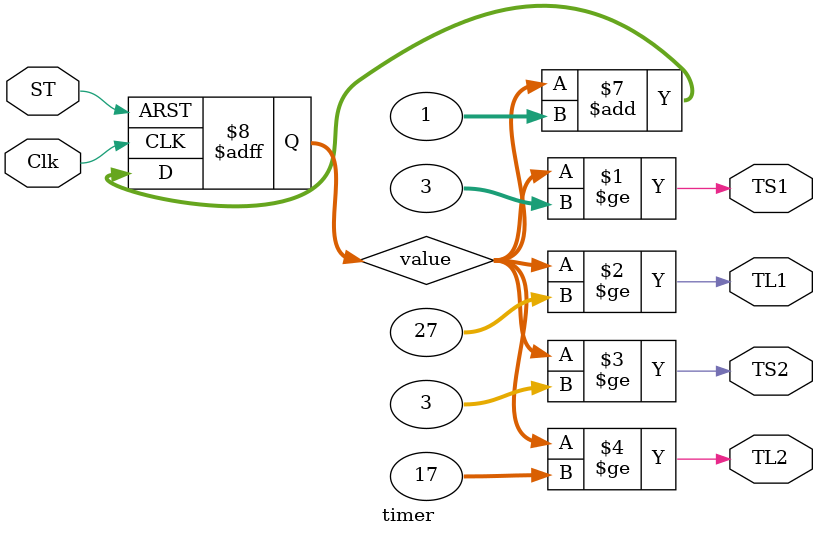
<source format=v>
/*module timer
	(
	output TS,//timeshort
	output TL,//timelong
	input ST,//reset bien dem ve 0 khi dat gia tri dem
	input Clk
	);
	
	integer value;
	
	assign TS  = (value>=3);
	assign TL  = (value>=27);
	
	always@(posedge ST or posedge Clk)
		begin
			if(ST==1)
				begin
					value=0;
				end
			else 
				begin
					value=value+1;
				end
		end
		
endmodule*/

module timer
	(
	output TS1,//timeshort
	output TL1,//timelong
	output TS2,//timeshort
	output TL2,//timelong
	input ST,//reset bien dem ve 0 khi dat gia tri dem
	input Clk
	);
	
	integer value;
	
	assign TS1  = (value>=3);
	assign TL1  = (value>=27);
	
	assign TS2  = (value>=3);
	assign TL2  = (value>=17);
	
	always@(posedge ST or posedge Clk)
		begin
			if(ST==1)
				begin
					value=0;
				end
			else 
				begin
					value=value+1;
				end
		end
		
endmodule


</source>
